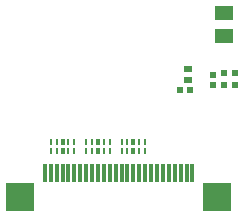
<source format=gbp>
G04*
G04 #@! TF.GenerationSoftware,Altium Limited,Altium Designer,23.5.1 (21)*
G04*
G04 Layer_Color=128*
%FSLAX44Y44*%
%MOMM*%
G71*
G04*
G04 #@! TF.SameCoordinates,8A31CEE1-4E44-459D-8F00-06555A1585A0*
G04*
G04*
G04 #@! TF.FilePolarity,Positive*
G04*
G01*
G75*
%ADD16R,0.6200X0.6200*%
%ADD22R,0.6500X0.5500*%
%ADD23R,0.5200X0.5200*%
%ADD26R,0.5200X0.5200*%
G04:AMPARAMS|DCode=59|XSize=0.2mm|YSize=0.565mm|CornerRadius=0.05mm|HoleSize=0mm|Usage=FLASHONLY|Rotation=0.000|XOffset=0mm|YOffset=0mm|HoleType=Round|Shape=RoundedRectangle|*
%AMROUNDEDRECTD59*
21,1,0.2000,0.4650,0,0,0.0*
21,1,0.1000,0.5650,0,0,0.0*
1,1,0.1000,0.0500,-0.2325*
1,1,0.1000,-0.0500,-0.2325*
1,1,0.1000,-0.0500,0.2325*
1,1,0.1000,0.0500,0.2325*
%
%ADD59ROUNDEDRECTD59*%
G04:AMPARAMS|DCode=60|XSize=0.4mm|YSize=0.565mm|CornerRadius=0.05mm|HoleSize=0mm|Usage=FLASHONLY|Rotation=0.000|XOffset=0mm|YOffset=0mm|HoleType=Round|Shape=RoundedRectangle|*
%AMROUNDEDRECTD60*
21,1,0.4000,0.4650,0,0,0.0*
21,1,0.3000,0.5650,0,0,0.0*
1,1,0.1000,0.1500,-0.2325*
1,1,0.1000,-0.1500,-0.2325*
1,1,0.1000,-0.1500,0.2325*
1,1,0.1000,0.1500,0.2325*
%
%ADD60ROUNDEDRECTD60*%
%ADD61R,1.5000X1.3000*%
%ADD62R,2.4000X2.4000*%
%ADD63R,2.4000X2.4000*%
%ADD64R,0.3000X1.6000*%
D16*
X225480Y132080D02*
D03*
X216480D02*
D03*
X225480Y142240D02*
D03*
X216480D02*
D03*
D22*
X185420Y146030D02*
D03*
Y136030D02*
D03*
D23*
X187140Y128270D02*
D03*
X179140D02*
D03*
D26*
X206502Y132280D02*
D03*
Y140280D02*
D03*
D59*
X129500Y75825D02*
D03*
X134500D02*
D03*
X144500D02*
D03*
X149500D02*
D03*
Y84175D02*
D03*
X144500D02*
D03*
X134500D02*
D03*
X129500D02*
D03*
X99500Y75825D02*
D03*
X104500D02*
D03*
X114500D02*
D03*
X119500D02*
D03*
Y84175D02*
D03*
X114500D02*
D03*
X104500D02*
D03*
X99500D02*
D03*
X69500Y75825D02*
D03*
X74500D02*
D03*
X84500D02*
D03*
X89500D02*
D03*
Y84175D02*
D03*
X84500D02*
D03*
X74500D02*
D03*
X69500D02*
D03*
D60*
X139500Y75825D02*
D03*
Y84175D02*
D03*
X109500Y75825D02*
D03*
Y84175D02*
D03*
X79500Y75825D02*
D03*
Y84175D02*
D03*
D61*
X215900Y192990D02*
D03*
Y173990D02*
D03*
D62*
X43500Y37550D02*
D03*
D63*
X210500D02*
D03*
D64*
X64500Y57550D02*
D03*
X69500D02*
D03*
X74500D02*
D03*
X79500D02*
D03*
X84500D02*
D03*
X89500D02*
D03*
X94500D02*
D03*
X99500D02*
D03*
X104500D02*
D03*
X109500D02*
D03*
X114500D02*
D03*
X119500D02*
D03*
X124500D02*
D03*
X129500D02*
D03*
X134500D02*
D03*
X139500D02*
D03*
X144500D02*
D03*
X149500D02*
D03*
X154500D02*
D03*
X159500D02*
D03*
X164500D02*
D03*
X169500D02*
D03*
X174500D02*
D03*
X179500D02*
D03*
X184500D02*
D03*
X189500D02*
D03*
M02*

</source>
